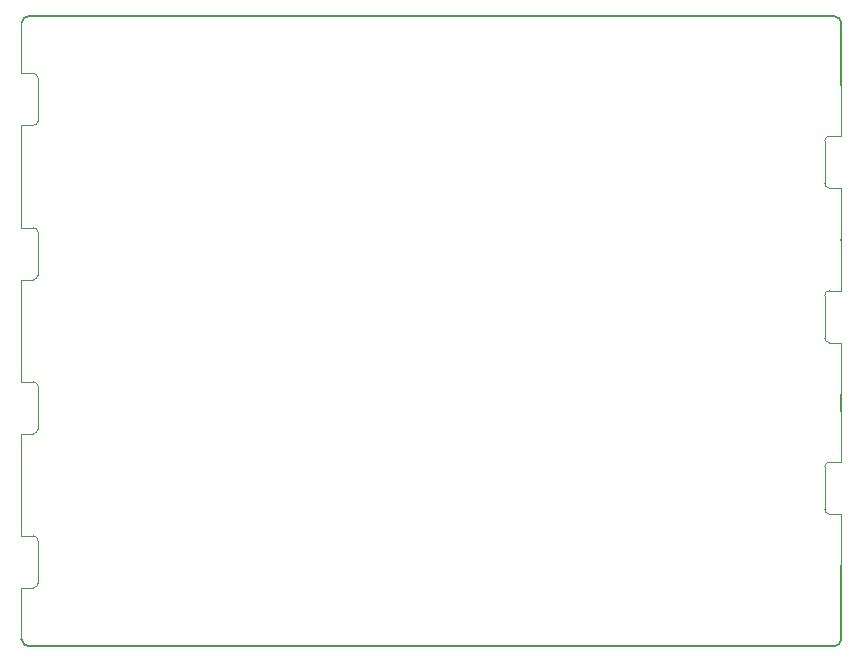
<source format=gbr>
%TF.GenerationSoftware,KiCad,Pcbnew,8.0.5*%
%TF.CreationDate,2024-10-10T19:48:49+01:00*%
%TF.ProjectId,ArduinoDrumTriggerMIDI,41726475-696e-46f4-9472-756d54726967,rev?*%
%TF.SameCoordinates,Original*%
%TF.FileFunction,Profile,NP*%
%FSLAX46Y46*%
G04 Gerber Fmt 4.6, Leading zero omitted, Abs format (unit mm)*
G04 Created by KiCad (PCBNEW 8.0.5) date 2024-10-10 19:48:49*
%MOMM*%
%LPD*%
G01*
G04 APERTURE LIST*
%TA.AperFunction,Profile*%
%ADD10C,0.150000*%
%TD*%
%TA.AperFunction,Profile*%
%ADD11C,0.120000*%
%TD*%
G04 APERTURE END LIST*
D10*
X168500000Y-78600000D02*
X168500000Y-80100000D01*
X99100000Y-99350000D02*
X99094264Y-99400000D01*
X167900000Y-100000000D02*
X99794264Y-100000000D01*
X99704264Y-46660000D02*
X167900000Y-46660000D01*
X168500000Y-99400000D02*
X168500000Y-93100000D01*
X99794264Y-100000000D02*
G75*
G02*
X99094303Y-99399997I-49964J650000D01*
G01*
X168500000Y-47210000D02*
X168500000Y-52500000D01*
X167900000Y-46660000D02*
G75*
G02*
X168500000Y-47210000I25000J-575000D01*
G01*
X168500000Y-65500000D02*
X168500000Y-65600000D01*
X99104264Y-47210000D02*
G75*
G02*
X99704266Y-46659963I575036J-25000D01*
G01*
X168500000Y-99400000D02*
G75*
G02*
X167900000Y-100000000I-600000J0D01*
G01*
D11*
%TO.C,J11*%
X167500000Y-88800000D02*
X168500000Y-88800000D01*
X168500000Y-88800000D02*
X168500000Y-93100000D01*
X167100000Y-84800000D02*
X167100000Y-88400000D01*
X167500000Y-84400000D02*
X168500000Y-84400000D01*
X168500000Y-84400000D02*
X168500000Y-80100000D01*
X167500000Y-88800000D02*
G75*
G02*
X167100000Y-88400000I2J400002D01*
G01*
X167100000Y-84800000D02*
G75*
G02*
X167500000Y-84400000I400000J0D01*
G01*
%TO.C,J10*%
X167100000Y-57200000D02*
X167100000Y-60800000D01*
X167500000Y-56800000D02*
X168500000Y-56800000D01*
X167500000Y-61200000D02*
X168500000Y-61200000D01*
X168500000Y-56800000D02*
X168500000Y-52500000D01*
X168500000Y-61200000D02*
X168500000Y-65500000D01*
X167100000Y-57200000D02*
G75*
G02*
X167500000Y-56800000I400000J0D01*
G01*
X167500000Y-61200000D02*
G75*
G02*
X167100000Y-60800000I2J400002D01*
G01*
%TO.C,J8*%
X99100000Y-90650000D02*
X99100000Y-86350000D01*
X99100000Y-95050000D02*
X99100000Y-99350000D01*
X100100000Y-90650000D02*
X99100000Y-90650000D01*
X100100000Y-95050000D02*
X99100000Y-95050000D01*
X100500000Y-94650000D02*
X100500000Y-91050000D01*
X100100000Y-90650000D02*
G75*
G02*
X100500000Y-91050000I-2J-400002D01*
G01*
X100500000Y-94650000D02*
G75*
G02*
X100100000Y-95050000I-400000J0D01*
G01*
%TO.C,J9*%
X167100000Y-70300000D02*
X167100000Y-73900000D01*
X167500000Y-69900000D02*
X168500000Y-69900000D01*
X167500000Y-74300000D02*
X168500000Y-74300000D01*
X168500000Y-69900000D02*
X168500000Y-65600000D01*
X168500000Y-74300000D02*
X168500000Y-78600000D01*
X167100000Y-70300000D02*
G75*
G02*
X167500000Y-69900000I400000J0D01*
G01*
X167500000Y-74300000D02*
G75*
G02*
X167100000Y-73900000I2J400002D01*
G01*
%TO.C,J6*%
X99100000Y-64550000D02*
X99100000Y-60250000D01*
X99100000Y-68950000D02*
X99100000Y-73250000D01*
X100100000Y-64550000D02*
X99100000Y-64550000D01*
X100100000Y-68950000D02*
X99100000Y-68950000D01*
X100500000Y-68550000D02*
X100500000Y-64950000D01*
X100100000Y-64550000D02*
G75*
G02*
X100500000Y-64950000I-2J-400002D01*
G01*
X100500000Y-68550000D02*
G75*
G02*
X100100000Y-68950000I-400000J0D01*
G01*
%TO.C,J5*%
X99100000Y-51500000D02*
X99100000Y-47200000D01*
X99100000Y-55900000D02*
X99100000Y-60200000D01*
X100100000Y-51500000D02*
X99100000Y-51500000D01*
X100100000Y-55900000D02*
X99100000Y-55900000D01*
X100500000Y-55500000D02*
X100500000Y-51900000D01*
X100100000Y-51500000D02*
G75*
G02*
X100500000Y-51900000I-2J-400002D01*
G01*
X100500000Y-55500000D02*
G75*
G02*
X100100000Y-55900000I-400000J0D01*
G01*
%TO.C,J7*%
X99100000Y-77600000D02*
X99100000Y-73300000D01*
X99100000Y-82000000D02*
X99100000Y-86300000D01*
X100100000Y-77600000D02*
X99100000Y-77600000D01*
X100100000Y-82000000D02*
X99100000Y-82000000D01*
X100500000Y-81600000D02*
X100500000Y-78000000D01*
X100100000Y-77600000D02*
G75*
G02*
X100500000Y-78000000I-2J-400002D01*
G01*
X100500000Y-81600000D02*
G75*
G02*
X100100000Y-82000000I-400000J0D01*
G01*
%TD*%
M02*

</source>
